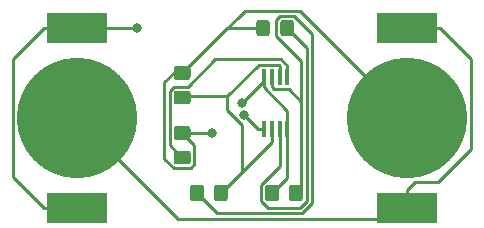
<source format=gbr>
%TF.GenerationSoftware,KiCad,Pcbnew,(5.1.10)-1*%
%TF.CreationDate,2021-10-03T18:06:06-07:00*%
%TF.ProjectId,intro_project,696e7472-6f5f-4707-926f-6a6563742e6b,rev?*%
%TF.SameCoordinates,Original*%
%TF.FileFunction,Copper,L1,Top*%
%TF.FilePolarity,Positive*%
%FSLAX46Y46*%
G04 Gerber Fmt 4.6, Leading zero omitted, Abs format (unit mm)*
G04 Created by KiCad (PCBNEW (5.1.10)-1) date 2021-10-03 18:06:06*
%MOMM*%
%LPD*%
G01*
G04 APERTURE LIST*
%TA.AperFunction,SMDPad,CuDef*%
%ADD10R,0.450000X1.450000*%
%TD*%
%TA.AperFunction,SMDPad,CuDef*%
%ADD11R,5.100000X2.500000*%
%TD*%
%TA.AperFunction,SMDPad,CuDef*%
%ADD12C,10.200000*%
%TD*%
%TA.AperFunction,ViaPad*%
%ADD13C,0.800000*%
%TD*%
%TA.AperFunction,Conductor*%
%ADD14C,0.250000*%
%TD*%
G04 APERTURE END LIST*
D10*
%TO.P,U1,1*%
%TO.N,GND*%
X130160000Y-92370000D03*
%TO.P,U1,2*%
%TO.N,Net-(C2-Pad1)*%
X130810000Y-92370000D03*
%TO.P,U1,3*%
%TO.N,Net-(D1-Pad2)*%
X131460000Y-92370000D03*
%TO.P,U1,4*%
%TO.N,VCC*%
X132110000Y-92370000D03*
%TO.P,U1,5*%
%TO.N,Net-(C1-Pad1)*%
X132110000Y-87970000D03*
%TO.P,U1,6*%
%TO.N,Net-(C2-Pad1)*%
X131460000Y-87970000D03*
%TO.P,U1,7*%
%TO.N,Net-(R1-Pad2)*%
X130810000Y-87970000D03*
%TO.P,U1,8*%
%TO.N,VCC*%
X130160000Y-87970000D03*
%TD*%
D11*
%TO.P,BT1,1*%
%TO.N,VCC*%
X114300000Y-83840000D03*
X114300000Y-99040000D03*
D12*
%TO.P,BT1,2*%
%TO.N,Net-(BT1-Pad2)*%
X114300000Y-91440000D03*
%TD*%
%TO.P,BT2,2*%
%TO.N,GND*%
X142240000Y-91420000D03*
D11*
%TO.P,BT2,1*%
%TO.N,Net-(BT1-Pad2)*%
X142240000Y-99020000D03*
X142240000Y-83820000D03*
%TD*%
%TO.P,C1,2*%
%TO.N,GND*%
%TA.AperFunction,SMDPad,CuDef*%
G36*
G01*
X123665000Y-93297500D02*
X122715000Y-93297500D01*
G75*
G02*
X122465000Y-93047500I0J250000D01*
G01*
X122465000Y-92372500D01*
G75*
G02*
X122715000Y-92122500I250000J0D01*
G01*
X123665000Y-92122500D01*
G75*
G02*
X123915000Y-92372500I0J-250000D01*
G01*
X123915000Y-93047500D01*
G75*
G02*
X123665000Y-93297500I-250000J0D01*
G01*
G37*
%TD.AperFunction*%
%TO.P,C1,1*%
%TO.N,Net-(C1-Pad1)*%
%TA.AperFunction,SMDPad,CuDef*%
G36*
G01*
X123665000Y-95372500D02*
X122715000Y-95372500D01*
G75*
G02*
X122465000Y-95122500I0J250000D01*
G01*
X122465000Y-94447500D01*
G75*
G02*
X122715000Y-94197500I250000J0D01*
G01*
X123665000Y-94197500D01*
G75*
G02*
X123915000Y-94447500I0J-250000D01*
G01*
X123915000Y-95122500D01*
G75*
G02*
X123665000Y-95372500I-250000J0D01*
G01*
G37*
%TD.AperFunction*%
%TD*%
%TO.P,C2,2*%
%TO.N,GND*%
%TA.AperFunction,SMDPad,CuDef*%
G36*
G01*
X123665000Y-88217500D02*
X122715000Y-88217500D01*
G75*
G02*
X122465000Y-87967500I0J250000D01*
G01*
X122465000Y-87292500D01*
G75*
G02*
X122715000Y-87042500I250000J0D01*
G01*
X123665000Y-87042500D01*
G75*
G02*
X123915000Y-87292500I0J-250000D01*
G01*
X123915000Y-87967500D01*
G75*
G02*
X123665000Y-88217500I-250000J0D01*
G01*
G37*
%TD.AperFunction*%
%TO.P,C2,1*%
%TO.N,Net-(C2-Pad1)*%
%TA.AperFunction,SMDPad,CuDef*%
G36*
G01*
X123665000Y-90292500D02*
X122715000Y-90292500D01*
G75*
G02*
X122465000Y-90042500I0J250000D01*
G01*
X122465000Y-89367500D01*
G75*
G02*
X122715000Y-89117500I250000J0D01*
G01*
X123665000Y-89117500D01*
G75*
G02*
X123915000Y-89367500I0J-250000D01*
G01*
X123915000Y-90042500D01*
G75*
G02*
X123665000Y-90292500I-250000J0D01*
G01*
G37*
%TD.AperFunction*%
%TD*%
%TO.P,D1,1*%
%TO.N,GND*%
%TA.AperFunction,SMDPad,CuDef*%
G36*
G01*
X129455000Y-84270001D02*
X129455000Y-83369999D01*
G75*
G02*
X129704999Y-83120000I249999J0D01*
G01*
X130355001Y-83120000D01*
G75*
G02*
X130605000Y-83369999I0J-249999D01*
G01*
X130605000Y-84270001D01*
G75*
G02*
X130355001Y-84520000I-249999J0D01*
G01*
X129704999Y-84520000D01*
G75*
G02*
X129455000Y-84270001I0J249999D01*
G01*
G37*
%TD.AperFunction*%
%TO.P,D1,2*%
%TO.N,Net-(D1-Pad2)*%
%TA.AperFunction,SMDPad,CuDef*%
G36*
G01*
X131505000Y-84270001D02*
X131505000Y-83369999D01*
G75*
G02*
X131754999Y-83120000I249999J0D01*
G01*
X132405001Y-83120000D01*
G75*
G02*
X132655000Y-83369999I0J-249999D01*
G01*
X132655000Y-84270001D01*
G75*
G02*
X132405001Y-84520000I-249999J0D01*
G01*
X131754999Y-84520000D01*
G75*
G02*
X131505000Y-84270001I0J249999D01*
G01*
G37*
%TD.AperFunction*%
%TD*%
%TO.P,R1,2*%
%TO.N,Net-(R1-Pad2)*%
%TA.AperFunction,SMDPad,CuDef*%
G36*
G01*
X132210000Y-98240001D02*
X132210000Y-97339999D01*
G75*
G02*
X132459999Y-97090000I249999J0D01*
G01*
X133160001Y-97090000D01*
G75*
G02*
X133410000Y-97339999I0J-249999D01*
G01*
X133410000Y-98240001D01*
G75*
G02*
X133160001Y-98490000I-249999J0D01*
G01*
X132459999Y-98490000D01*
G75*
G02*
X132210000Y-98240001I0J249999D01*
G01*
G37*
%TD.AperFunction*%
%TO.P,R1,1*%
%TO.N,VCC*%
%TA.AperFunction,SMDPad,CuDef*%
G36*
G01*
X130210000Y-98240001D02*
X130210000Y-97339999D01*
G75*
G02*
X130459999Y-97090000I249999J0D01*
G01*
X131160001Y-97090000D01*
G75*
G02*
X131410000Y-97339999I0J-249999D01*
G01*
X131410000Y-98240001D01*
G75*
G02*
X131160001Y-98490000I-249999J0D01*
G01*
X130459999Y-98490000D01*
G75*
G02*
X130210000Y-98240001I0J249999D01*
G01*
G37*
%TD.AperFunction*%
%TD*%
%TO.P,R2,1*%
%TO.N,Net-(R1-Pad2)*%
%TA.AperFunction,SMDPad,CuDef*%
G36*
G01*
X123860000Y-98240001D02*
X123860000Y-97339999D01*
G75*
G02*
X124109999Y-97090000I249999J0D01*
G01*
X124810001Y-97090000D01*
G75*
G02*
X125060000Y-97339999I0J-249999D01*
G01*
X125060000Y-98240001D01*
G75*
G02*
X124810001Y-98490000I-249999J0D01*
G01*
X124109999Y-98490000D01*
G75*
G02*
X123860000Y-98240001I0J249999D01*
G01*
G37*
%TD.AperFunction*%
%TO.P,R2,2*%
%TO.N,Net-(C2-Pad1)*%
%TA.AperFunction,SMDPad,CuDef*%
G36*
G01*
X125860000Y-98240001D02*
X125860000Y-97339999D01*
G75*
G02*
X126109999Y-97090000I249999J0D01*
G01*
X126810001Y-97090000D01*
G75*
G02*
X127060000Y-97339999I0J-249999D01*
G01*
X127060000Y-98240001D01*
G75*
G02*
X126810001Y-98490000I-249999J0D01*
G01*
X126109999Y-98490000D01*
G75*
G02*
X125860000Y-98240001I0J249999D01*
G01*
G37*
%TD.AperFunction*%
%TD*%
D13*
%TO.N,GND*%
X128436367Y-91156064D03*
X125730000Y-92710000D03*
%TO.N,VCC*%
X128270000Y-90170000D03*
X119380000Y-83820000D03*
%TD*%
D14*
%TO.N,GND*%
X127000000Y-83820000D02*
X130030000Y-83820000D01*
X123190000Y-87630000D02*
X127000000Y-83820000D01*
X124240010Y-95360680D02*
X124240010Y-93760010D01*
X123903180Y-95697510D02*
X124240010Y-95360680D01*
X122476820Y-95697510D02*
X123903180Y-95697510D01*
X121689980Y-94910670D02*
X122476820Y-95697510D01*
X121689980Y-88405020D02*
X121689980Y-94910670D01*
X122465000Y-87630000D02*
X121689980Y-88405020D01*
X124240010Y-93760010D02*
X123190000Y-92710000D01*
X123190000Y-87630000D02*
X122465000Y-87630000D01*
X128475020Y-82344980D02*
X123190000Y-87630000D01*
X133164980Y-82344980D02*
X128475020Y-82344980D01*
X142240000Y-91420000D02*
X133164980Y-82344980D01*
X129650303Y-92370000D02*
X128436367Y-91156064D01*
X130160000Y-92370000D02*
X129650303Y-92370000D01*
X125730000Y-92710000D02*
X123190000Y-92710000D01*
%TO.N,Net-(C2-Pad1)*%
X129674999Y-86919999D02*
X127000000Y-89594998D01*
X131384999Y-86919999D02*
X129674999Y-86919999D01*
X131460000Y-86995000D02*
X131384999Y-86919999D01*
X131460000Y-87970000D02*
X131460000Y-86995000D01*
X123300002Y-89594998D02*
X123190000Y-89705000D01*
X127000000Y-89594998D02*
X123300002Y-89594998D01*
X127000000Y-90745002D02*
X128270000Y-92015002D01*
X127000000Y-89594998D02*
X127000000Y-90745002D01*
X128270000Y-95980000D02*
X126460000Y-97790000D01*
X128270000Y-92015002D02*
X128270000Y-95980000D01*
X130810000Y-93440000D02*
X130810000Y-92370000D01*
X128270000Y-95980000D02*
X130810000Y-93440000D01*
%TO.N,Net-(D1-Pad2)*%
X129884990Y-98478180D02*
X130466810Y-99060000D01*
X129884990Y-97101820D02*
X129884990Y-98478180D01*
X131460000Y-95526810D02*
X129884990Y-97101820D01*
X131460000Y-92370000D02*
X131460000Y-95526810D01*
X133735010Y-85475010D02*
X132080000Y-83820000D01*
X133735010Y-98478180D02*
X133735010Y-85475010D01*
X133153190Y-99060000D02*
X133735010Y-98478180D01*
X130466810Y-99060000D02*
X133153190Y-99060000D01*
%TO.N,VCC*%
X132110000Y-96490000D02*
X132110000Y-92370000D01*
X130810000Y-97790000D02*
X132110000Y-96490000D01*
X130160000Y-88855002D02*
X130160000Y-87970000D01*
X132110000Y-90805002D02*
X130160000Y-88855002D01*
X132110000Y-92370000D02*
X132110000Y-90805002D01*
X130160000Y-88280000D02*
X128270000Y-90170000D01*
X130160000Y-87970000D02*
X130160000Y-88280000D01*
X114320000Y-83820000D02*
X114300000Y-83840000D01*
X119380000Y-83820000D02*
X114320000Y-83820000D01*
X111500000Y-99040000D02*
X114300000Y-99040000D01*
X108874999Y-96414999D02*
X111500000Y-99040000D01*
X108874999Y-86465001D02*
X108874999Y-96414999D01*
X111500000Y-83840000D02*
X108874999Y-86465001D01*
X114300000Y-83840000D02*
X111500000Y-83840000D01*
%TO.N,Net-(C1-Pad1)*%
X122139990Y-93734990D02*
X123190000Y-94785000D01*
X122476820Y-88792490D02*
X122139990Y-89129320D01*
X123653200Y-88792490D02*
X122476820Y-88792490D01*
X125975700Y-86469990D02*
X123653200Y-88792490D01*
X131584990Y-86469990D02*
X125975700Y-86469990D01*
X122139990Y-89129320D02*
X122139990Y-93734990D01*
X132110000Y-86995000D02*
X131584990Y-86469990D01*
X132110000Y-87970000D02*
X132110000Y-86995000D01*
%TO.N,Net-(R1-Pad2)*%
X133285000Y-97315000D02*
X132810000Y-97790000D01*
X131179990Y-83131820D02*
X131179990Y-84508180D01*
X131516820Y-82794990D02*
X131179990Y-83131820D01*
X131179990Y-84508180D02*
X133285000Y-86613190D01*
X134185020Y-84336830D02*
X132643180Y-82794990D01*
X134185020Y-98664580D02*
X134185020Y-84336830D01*
X133339591Y-99510009D02*
X134185020Y-98664580D01*
X132643180Y-82794990D02*
X131516820Y-82794990D01*
X126180009Y-99510009D02*
X133339591Y-99510009D01*
X133285000Y-86613190D02*
X133285000Y-97315000D01*
X124460000Y-97790000D02*
X126180009Y-99510009D01*
X130974999Y-89020001D02*
X132200001Y-89020001D01*
X132200001Y-89020001D02*
X133285000Y-90105000D01*
X130810000Y-88855002D02*
X130974999Y-89020001D01*
X130810000Y-87970000D02*
X130810000Y-88855002D01*
X133285000Y-90105000D02*
X133285000Y-90235000D01*
%TO.N,Net-(BT1-Pad2)*%
X145040000Y-83820000D02*
X142240000Y-83820000D01*
X147665001Y-86445001D02*
X145040000Y-83820000D01*
X147665001Y-94024001D02*
X147665001Y-86445001D01*
X142914999Y-96845001D02*
X144844001Y-96845001D01*
X142240000Y-97520000D02*
X142914999Y-96845001D01*
X144844001Y-96845001D02*
X147665001Y-94024001D01*
X142240000Y-99020000D02*
X142240000Y-97520000D01*
X122820019Y-99960019D02*
X114300000Y-91440000D01*
X141299981Y-99960019D02*
X122820019Y-99960019D01*
X142240000Y-99020000D02*
X141299981Y-99960019D01*
%TD*%
M02*

</source>
